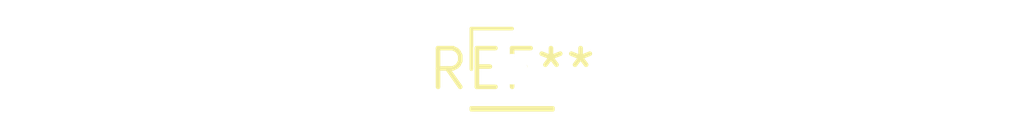
<source format=kicad_pcb>
(kicad_pcb (version 20240108) (generator pcbnew)
  (layers (0 "F.Cu" signal) (31 "B.Cu" signal) (34 "B.Paste" user) (35 "F.Paste" user) (36 "B.SilkS" user "B.Silkscreen") (37 "F.SilkS" user "F.Silkscreen") (38 "B.Mask" user) (39 "F.Mask" user) (44 "Edge.Cuts" user))
  (net 0 "")
  (footprint "PinHeader_1x01_P2.54mm_Vertical" (layer "F.Cu") (at 0 0)
    (property "Reference" "REF**")
    (property "Value" "PinHeader_1x01_P2.54mm_Vertical")
    (fp_line (start -1.33 -1.33) (end 0 -1.33) (layer "F.SilkS") (stroke (width 0.12)))
    (fp_line (start -1.33 0) (end -1.33 -1.33) (layer "F.SilkS") (stroke (width 0.12)))
    (fp_line (start -1.33 1.27) (end -1.33 1.33) (layer "F.SilkS") (stroke (width 0.12)))
    (fp_line (start -1.33 1.27) (end 1.33 1.27) (layer "F.SilkS") (stroke (width 0.12)))
    (fp_line (start -1.33 1.33) (end 1.33 1.33) (layer "F.SilkS") (stroke (width 0.12)))
    (fp_line (start 1.33 1.27) (end 1.33 1.33) (layer "F.SilkS") (stroke (width 0.12)))
    (pad "1" thru_hole rect (at 0 0) (size 1.7 1.7) (drill 1) (layers *.Cu *.Mask) (remove_unused_layers))
  )
)
</source>
